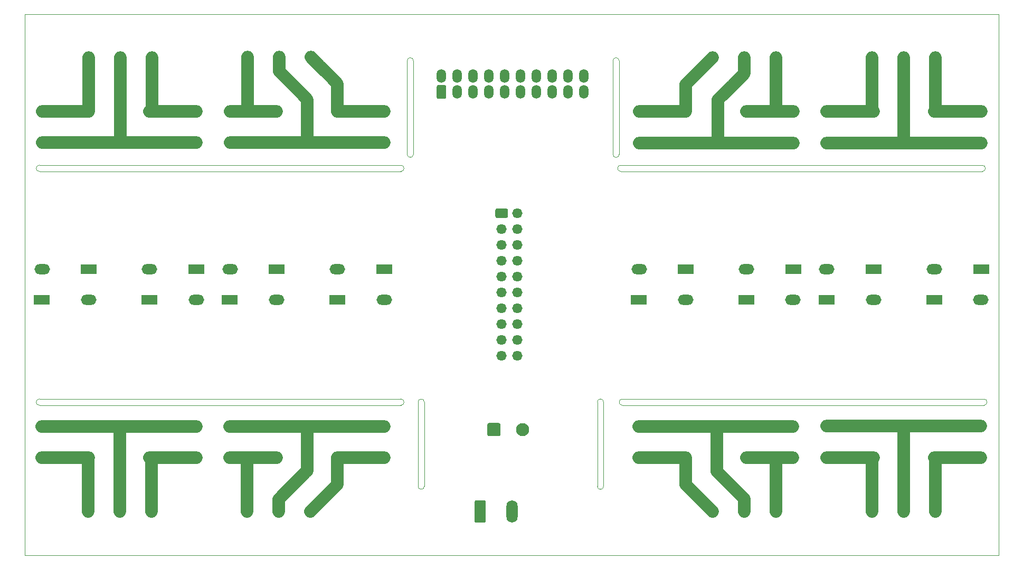
<source format=gbr>
%TF.GenerationSoftware,KiCad,Pcbnew,5.1.9-73d0e3b20d~88~ubuntu20.04.1*%
%TF.CreationDate,2021-03-03T11:34:14+04:00*%
%TF.ProjectId,relay_board,72656c61-795f-4626-9f61-72642e6b6963,rev?*%
%TF.SameCoordinates,Original*%
%TF.FileFunction,Soldermask,Bot*%
%TF.FilePolarity,Negative*%
%FSLAX46Y46*%
G04 Gerber Fmt 4.6, Leading zero omitted, Abs format (unit mm)*
G04 Created by KiCad (PCBNEW 5.1.9-73d0e3b20d~88~ubuntu20.04.1) date 2021-03-03 11:34:14*
%MOMM*%
%LPD*%
G01*
G04 APERTURE LIST*
%TA.AperFunction,Profile*%
%ADD10C,0.050000*%
%TD*%
%ADD11C,2.040000*%
%TA.AperFunction,Profile*%
%ADD12C,0.100000*%
%TD*%
%ADD13O,1.500000X2.200000*%
%ADD14O,2.000000X2.000000*%
%ADD15O,2.500000X1.650000*%
%ADD16R,2.500000X1.650000*%
%ADD17O,1.650000X1.500000*%
%ADD18O,1.800000X3.600000*%
%ADD19C,2.100000*%
G04 APERTURE END LIST*
D10*
X145750000Y-46500000D02*
X145750000Y-50500000D01*
X146750000Y-46500000D02*
X146750000Y-50500000D01*
X112750000Y-46500000D02*
X112750000Y-50500000D01*
X113750000Y-46500000D02*
X113750000Y-50500000D01*
X144250000Y-112250000D02*
X144250000Y-114750000D01*
X143250000Y-112250000D02*
X143250000Y-114750000D01*
X114500000Y-101250000D02*
G75*
G02*
X115500000Y-101250000I500000J0D01*
G01*
X115500000Y-114750000D02*
G75*
G02*
X114500000Y-114750000I-500000J0D01*
G01*
X114500000Y-101250000D02*
X114500000Y-114750000D01*
X115500000Y-114750000D02*
X115500000Y-101250000D01*
X143250000Y-101250000D02*
G75*
G02*
X144250000Y-101250000I500000J0D01*
G01*
X144250000Y-114750000D02*
G75*
G02*
X143250000Y-114750000I-500000J0D01*
G01*
X143250000Y-101250000D02*
X143250000Y-112250000D01*
X144250000Y-112250000D02*
X144250000Y-101250000D01*
X112750000Y-46500000D02*
G75*
G02*
X113750000Y-46500000I500000J0D01*
G01*
X113750000Y-61500000D02*
G75*
G02*
X112750000Y-61500000I-500000J0D01*
G01*
X112750000Y-50500000D02*
X112750000Y-61500000D01*
X113750000Y-61500000D02*
X113750000Y-50500000D01*
X145750000Y-46500000D02*
G75*
G02*
X146750000Y-46500000I500000J0D01*
G01*
X146750000Y-61500000D02*
G75*
G02*
X145750000Y-61500000I-500000J0D01*
G01*
X145750000Y-50500000D02*
X145750000Y-61500000D01*
X146750000Y-61500000D02*
X146750000Y-50500000D01*
X53750000Y-64250000D02*
X111750000Y-64250000D01*
X111750000Y-63250000D02*
X53750000Y-63250000D01*
X53750000Y-64250000D02*
G75*
G02*
X53750000Y-63250000I0J500000D01*
G01*
X111750000Y-63250000D02*
G75*
G02*
X111750000Y-64250000I0J-500000D01*
G01*
X53750000Y-101750000D02*
X111750000Y-101750000D01*
X111750000Y-100750000D02*
X53750000Y-100750000D01*
X53750000Y-101750000D02*
G75*
G02*
X53750000Y-100750000I0J500000D01*
G01*
X111750000Y-100750000D02*
G75*
G02*
X111750000Y-101750000I0J-500000D01*
G01*
X147250000Y-101750000D02*
X205250000Y-101750000D01*
X205250000Y-100750000D02*
X147250000Y-100750000D01*
X147250000Y-101750000D02*
G75*
G02*
X147250000Y-100750000I0J500000D01*
G01*
X205250000Y-100750000D02*
G75*
G02*
X205250000Y-101750000I0J-500000D01*
G01*
X147000000Y-64250000D02*
G75*
G02*
X147000000Y-63250000I0J500000D01*
G01*
X205000000Y-63250000D02*
G75*
G02*
X205000000Y-64250000I0J-500000D01*
G01*
X147000000Y-64250000D02*
X205000000Y-64250000D01*
X205000000Y-63250000D02*
X147000000Y-63250000D01*
D11*
X204790000Y-110160000D02*
X197290000Y-110160000D01*
X197480000Y-118810000D02*
X197480000Y-110350000D01*
X197480000Y-110350000D02*
X197290000Y-110160000D01*
X204790000Y-105120000D02*
X192380000Y-105120000D01*
X192380000Y-105120000D02*
X180050000Y-105120000D01*
X192400000Y-118810000D02*
X192400000Y-105140000D01*
X192400000Y-105140000D02*
X192380000Y-105120000D01*
X187550000Y-110160000D02*
X180050000Y-110160000D01*
X187320000Y-118810000D02*
X187320000Y-110390000D01*
X187320000Y-110390000D02*
X187550000Y-110160000D01*
X157420000Y-110170000D02*
X149920000Y-110170000D01*
X157420000Y-110170000D02*
X157420000Y-114450000D01*
X157420000Y-114450000D02*
X161770000Y-118800000D01*
X174650000Y-110170000D02*
X171830000Y-110170000D01*
X171830000Y-110170000D02*
X167150000Y-110170000D01*
X171930000Y-110270000D02*
X171830000Y-110170000D01*
X171930000Y-118800000D02*
X171930000Y-110270000D01*
X166850000Y-118800000D02*
X166850000Y-116760000D01*
X166850000Y-116760000D02*
X162450000Y-112360000D01*
X162450000Y-112360000D02*
X162450000Y-106050000D01*
X162450000Y-106050000D02*
X162500000Y-106000000D01*
X167150000Y-105130000D02*
X149920000Y-105130000D01*
X174650000Y-105130000D02*
X163370000Y-105130000D01*
X96660000Y-105140000D02*
X84300000Y-105140000D01*
X96860000Y-105140000D02*
X96690000Y-105310000D01*
X96690000Y-112260000D02*
X96500000Y-112450000D01*
X96690000Y-105310000D02*
X96690000Y-112260000D01*
X96500000Y-112450000D02*
X92475000Y-116475000D01*
X92120000Y-118800000D02*
X92120000Y-116830000D01*
X92120000Y-116830000D02*
X92475000Y-116475000D01*
X109050000Y-105140000D02*
X96660000Y-105140000D01*
X101550000Y-110180000D02*
X101550000Y-114450000D01*
X101550000Y-114450000D02*
X97200000Y-118800000D01*
X101550000Y-110180000D02*
X109050000Y-110180000D01*
X91800000Y-110180000D02*
X86680000Y-110180000D01*
X86680000Y-110180000D02*
X84300000Y-110180000D01*
X87040000Y-118800000D02*
X87040000Y-110540000D01*
X87040000Y-110540000D02*
X86680000Y-110180000D01*
X61670000Y-110200000D02*
X54170000Y-110200000D01*
X61560000Y-118810000D02*
X61560000Y-110310000D01*
X61560000Y-110310000D02*
X61670000Y-110200000D01*
X71720000Y-118810000D02*
X71720000Y-110500000D01*
X71720000Y-110500000D02*
X71400000Y-110180000D01*
X78900000Y-110180000D02*
X71400000Y-110180000D01*
X54170000Y-105160000D02*
X66660000Y-105160000D01*
X66660000Y-105160000D02*
X78880000Y-105160000D01*
X66640000Y-118810000D02*
X66640000Y-105180000D01*
X66640000Y-105180000D02*
X66660000Y-105160000D01*
X78880000Y-105160000D02*
X78900000Y-105140000D01*
X56390000Y-54610000D02*
X54200000Y-54610000D01*
X61660000Y-48340000D02*
X61660000Y-49340000D01*
X61660000Y-49340000D02*
X61660000Y-50340000D01*
X61660000Y-50340000D02*
X61660000Y-51340000D01*
X61660000Y-51340000D02*
X61660000Y-54570000D01*
X61700000Y-54610000D02*
X56390000Y-54610000D01*
X61660000Y-45990000D02*
X61660000Y-48340000D01*
X61660000Y-54570000D02*
X61700000Y-54610000D01*
X67350000Y-59650000D02*
X78930000Y-59650000D01*
X54200000Y-59650000D02*
X66780000Y-59650000D01*
X66780000Y-59650000D02*
X67350000Y-59650000D01*
X66740000Y-45990000D02*
X66740000Y-59610000D01*
X66740000Y-59610000D02*
X66780000Y-59650000D01*
X71820000Y-45990000D02*
X71820000Y-54220000D01*
X71820000Y-54220000D02*
X71430000Y-54610000D01*
X78930000Y-54610000D02*
X71430000Y-54610000D01*
X87610000Y-54610000D02*
X87610000Y-54610000D01*
X86390000Y-54610000D02*
X87610000Y-54610000D01*
X87160000Y-52840000D02*
X87160000Y-54160000D01*
X87160000Y-51840000D02*
X87160000Y-52840000D01*
X87160000Y-50840000D02*
X87160000Y-51840000D01*
X87160000Y-49840000D02*
X87160000Y-50840000D01*
X87160000Y-48840000D02*
X87160000Y-49840000D01*
X87160000Y-47840000D02*
X87160000Y-48840000D01*
X89390000Y-54610000D02*
X90390000Y-54610000D01*
X90390000Y-54610000D02*
X91820000Y-54610000D01*
X84320000Y-54610000D02*
X86390000Y-54610000D01*
X87610000Y-54610000D02*
X89390000Y-54610000D01*
X87160000Y-45930000D02*
X87160000Y-47840000D01*
X87160000Y-54160000D02*
X87610000Y-54610000D01*
X101570000Y-52430000D02*
X101570000Y-51430000D01*
X101570000Y-51430000D02*
X101570000Y-50180000D01*
X101570000Y-50180000D02*
X101570000Y-50180000D01*
X100695000Y-49305000D02*
X99695000Y-48305000D01*
X99695000Y-48305000D02*
X98695000Y-47305000D01*
X98695000Y-47305000D02*
X97320000Y-45930000D01*
X103390000Y-54610000D02*
X104390000Y-54610000D01*
X104390000Y-54610000D02*
X105390000Y-54610000D01*
X105390000Y-54610000D02*
X106390000Y-54610000D01*
X106390000Y-54610000D02*
X107390000Y-54610000D01*
X107390000Y-54610000D02*
X109070000Y-54610000D01*
X101570000Y-54610000D02*
X101570000Y-52430000D01*
X101570000Y-50180000D02*
X100695000Y-49305000D01*
X101570000Y-54610000D02*
X103390000Y-54610000D01*
X86350000Y-59650000D02*
X87350000Y-59650000D01*
X87350000Y-59650000D02*
X88350000Y-59650000D01*
X88350000Y-59650000D02*
X89350000Y-59650000D01*
X89350000Y-59650000D02*
X90350000Y-59650000D01*
X90350000Y-59650000D02*
X93350000Y-59650000D01*
X92240000Y-48210000D02*
X92240000Y-48210000D01*
X93015000Y-48985000D02*
X94015000Y-49985000D01*
X94015000Y-49985000D02*
X95015000Y-50985000D01*
X95015000Y-50985000D02*
X96015000Y-51985000D01*
X96015000Y-51985000D02*
X96760000Y-52730000D01*
X96760000Y-53240000D02*
X96760000Y-54240000D01*
X96760000Y-54240000D02*
X96760000Y-55240000D01*
X96760000Y-55240000D02*
X96760000Y-56240000D01*
X96760000Y-56240000D02*
X96760000Y-57240000D01*
X96760000Y-57240000D02*
X96760000Y-58240000D01*
X96760000Y-58240000D02*
X96760000Y-59650000D01*
X96350000Y-59650000D02*
X96760000Y-59650000D01*
X95350000Y-59650000D02*
X96350000Y-59650000D01*
X94350000Y-59650000D02*
X95350000Y-59650000D01*
X93350000Y-59650000D02*
X94350000Y-59650000D01*
X98350000Y-59650000D02*
X99350000Y-59650000D01*
X99350000Y-59650000D02*
X103350000Y-59650000D01*
X103350000Y-59650000D02*
X104350000Y-59650000D01*
X104350000Y-59650000D02*
X105350000Y-59650000D01*
X105350000Y-59650000D02*
X106350000Y-59650000D01*
X106350000Y-59650000D02*
X107350000Y-59650000D01*
X107350000Y-59650000D02*
X109070000Y-59650000D01*
X92240000Y-45930000D02*
X92240000Y-48210000D01*
X92240000Y-48210000D02*
X93015000Y-48985000D01*
X96760000Y-52730000D02*
X96760000Y-53240000D01*
X84320000Y-59650000D02*
X86350000Y-59650000D01*
X96760000Y-59650000D02*
X98350000Y-59650000D01*
X159875000Y-47875000D02*
X161780000Y-45970000D01*
X158625000Y-49125000D02*
X159875000Y-47875000D01*
X157440000Y-50560000D02*
X157440000Y-50310000D01*
X157440000Y-52060000D02*
X157440000Y-50560000D01*
X155380000Y-54620000D02*
X157440000Y-54620000D01*
X153380000Y-54620000D02*
X155380000Y-54620000D01*
X151880000Y-54620000D02*
X153380000Y-54620000D01*
X157440000Y-54620000D02*
X157440000Y-52060000D01*
X157440000Y-50310000D02*
X158625000Y-49125000D01*
X149940000Y-54620000D02*
X151880000Y-54620000D01*
X163340000Y-59660000D02*
X163840000Y-59660000D01*
X162600000Y-57900000D02*
X162600000Y-59600000D01*
X162600000Y-56400000D02*
X162600000Y-57900000D01*
X164930000Y-50430000D02*
X163180000Y-52180000D01*
X163180000Y-52180000D02*
X162600000Y-52760000D01*
X166860000Y-48140000D02*
X166860000Y-48500000D01*
X151840000Y-59660000D02*
X153340000Y-59660000D01*
X153340000Y-59660000D02*
X155340000Y-59660000D01*
X155340000Y-59660000D02*
X159340000Y-59660000D01*
X159340000Y-59660000D02*
X160840000Y-59660000D01*
X160840000Y-59660000D02*
X162340000Y-59660000D01*
X162340000Y-59660000D02*
X162660000Y-59660000D01*
X163840000Y-59660000D02*
X165340000Y-59660000D01*
X165340000Y-59660000D02*
X169340000Y-59660000D01*
X169340000Y-59660000D02*
X169840000Y-59660000D01*
X170840000Y-59660000D02*
X171340000Y-59660000D01*
X172340000Y-59660000D02*
X172840000Y-59660000D01*
X169840000Y-59660000D02*
X170840000Y-59660000D01*
X171340000Y-59660000D02*
X172340000Y-59660000D01*
X172840000Y-59660000D02*
X174670000Y-59660000D01*
X166860000Y-45970000D02*
X166860000Y-48140000D01*
X162600000Y-59600000D02*
X162660000Y-59660000D01*
X166860000Y-48500000D02*
X164930000Y-50430000D01*
X162600000Y-52760000D02*
X162600000Y-56400000D01*
X149940000Y-59660000D02*
X151840000Y-59660000D01*
X162660000Y-59660000D02*
X163340000Y-59660000D01*
X171940000Y-49060000D02*
X171940000Y-50560000D01*
X171940000Y-50560000D02*
X171940000Y-52060000D01*
X171940000Y-52060000D02*
X171940000Y-54560000D01*
X169380000Y-54620000D02*
X167170000Y-54620000D01*
X170880000Y-54620000D02*
X169380000Y-54620000D01*
X172380000Y-54620000D02*
X171880000Y-54620000D01*
X174670000Y-54620000D02*
X172380000Y-54620000D01*
X171880000Y-54620000D02*
X170880000Y-54620000D01*
X171940000Y-45970000D02*
X171940000Y-49060000D01*
X171940000Y-54560000D02*
X171880000Y-54620000D01*
X197470000Y-48530000D02*
X197470000Y-50530000D01*
X197470000Y-50530000D02*
X197470000Y-52530000D01*
X197470000Y-52530000D02*
X197470000Y-54470000D01*
X198870000Y-54630000D02*
X197310000Y-54630000D01*
X200870000Y-54630000D02*
X198870000Y-54630000D01*
X202870000Y-54630000D02*
X200870000Y-54630000D01*
X197470000Y-45980000D02*
X197470000Y-48530000D01*
X197470000Y-54470000D02*
X197310000Y-54630000D01*
X204810000Y-54630000D02*
X202870000Y-54630000D01*
X182330000Y-59670000D02*
X183830000Y-59670000D01*
X183830000Y-59670000D02*
X185330000Y-59670000D01*
X185330000Y-59670000D02*
X189330000Y-59670000D01*
X189330000Y-59670000D02*
X190830000Y-59670000D01*
X190830000Y-59670000D02*
X192330000Y-59670000D01*
X195330000Y-59670000D02*
X198830000Y-59670000D01*
X193830000Y-59670000D02*
X195330000Y-59670000D01*
X192330000Y-59670000D02*
X193830000Y-59670000D01*
X192390000Y-58110000D02*
X192390000Y-59610000D01*
X192390000Y-56610000D02*
X192390000Y-58110000D01*
X192390000Y-54610000D02*
X192390000Y-56610000D01*
X192390000Y-52610000D02*
X192390000Y-54610000D01*
X192390000Y-50610000D02*
X192390000Y-52610000D01*
X192390000Y-48610000D02*
X192390000Y-50610000D01*
X200830000Y-59670000D02*
X202830000Y-59670000D01*
X202830000Y-59670000D02*
X204810000Y-59670000D01*
X198830000Y-59670000D02*
X200830000Y-59670000D01*
X180070000Y-59670000D02*
X182330000Y-59670000D01*
X192330000Y-59670000D02*
X192330000Y-59670000D01*
X192390000Y-45980000D02*
X192390000Y-48610000D01*
X192390000Y-59610000D02*
X192330000Y-59670000D01*
X182370000Y-54630000D02*
X180070000Y-54630000D01*
X183870000Y-54630000D02*
X182370000Y-54630000D01*
X185370000Y-54630000D02*
X183870000Y-54630000D01*
X187310000Y-52190000D02*
X187310000Y-54370000D01*
X187310000Y-50190000D02*
X187310000Y-52190000D01*
X187310000Y-48690000D02*
X187310000Y-50190000D01*
X187570000Y-54630000D02*
X185370000Y-54630000D01*
X187310000Y-45980000D02*
X187310000Y-48690000D01*
X187310000Y-54370000D02*
X187570000Y-54630000D01*
D12*
X207600000Y-125800000D02*
X51400000Y-125800000D01*
X207600000Y-39000000D02*
X207600000Y-125800000D01*
X51400000Y-125800000D02*
X51400000Y-39000000D01*
X51400000Y-39000000D02*
X207600000Y-39000000D01*
D13*
%TO.C,J12*%
X141110000Y-48960000D03*
X138570000Y-48960000D03*
X136030000Y-48960000D03*
X133490000Y-48960000D03*
X130950000Y-48960000D03*
X128410000Y-48960000D03*
X125870000Y-48960000D03*
X123330000Y-48960000D03*
X120790000Y-48960000D03*
X118250000Y-48960000D03*
X141110000Y-51500000D03*
X138570000Y-51500000D03*
X136030000Y-51500000D03*
X133490000Y-51500000D03*
X130950000Y-51500000D03*
X128410000Y-51500000D03*
X125870000Y-51500000D03*
X123330000Y-51500000D03*
X120790000Y-51500000D03*
G36*
G01*
X118779500Y-52600000D02*
X117720500Y-52600000D01*
G75*
G02*
X117500000Y-52379500I0J220500D01*
G01*
X117500000Y-50620500D01*
G75*
G02*
X117720500Y-50400000I220500J0D01*
G01*
X118779500Y-50400000D01*
G75*
G02*
X119000000Y-50620500I0J-220500D01*
G01*
X119000000Y-52379500D01*
G75*
G02*
X118779500Y-52600000I-220500J0D01*
G01*
G37*
%TD*%
D14*
%TO.C,K15*%
X180050000Y-110160000D03*
X187550000Y-105120000D03*
X187550000Y-110160000D03*
X180050000Y-105120000D03*
D15*
X187550000Y-84820000D03*
D16*
X180050000Y-84820000D03*
%TD*%
%TO.C,J1*%
G36*
G01*
X126900000Y-71489500D02*
X126900000Y-70430500D01*
G75*
G02*
X127120500Y-70210000I220500J0D01*
G01*
X128679500Y-70210000D01*
G75*
G02*
X128900000Y-70430500I0J-220500D01*
G01*
X128900000Y-71489500D01*
G75*
G02*
X128679500Y-71710000I-220500J0D01*
G01*
X127120500Y-71710000D01*
G75*
G02*
X126900000Y-71489500I0J220500D01*
G01*
G37*
D17*
X127900000Y-73500000D03*
X127900000Y-76040000D03*
X127900000Y-78580000D03*
X127900000Y-81120000D03*
X127900000Y-83660000D03*
X127900000Y-86200000D03*
X127900000Y-88740000D03*
X127900000Y-91280000D03*
X127900000Y-93820000D03*
X130440000Y-70960000D03*
X130440000Y-73500000D03*
X130440000Y-76040000D03*
X130440000Y-78580000D03*
X130440000Y-81120000D03*
X130440000Y-83660000D03*
X130440000Y-86200000D03*
X130440000Y-88740000D03*
X130440000Y-91280000D03*
X130440000Y-93820000D03*
%TD*%
D14*
%TO.C,K16*%
X197290000Y-110160000D03*
X204790000Y-105120000D03*
X204790000Y-110160000D03*
X197290000Y-105120000D03*
D15*
X204790000Y-84820000D03*
D16*
X197290000Y-84820000D03*
%TD*%
D14*
%TO.C,K14*%
X167150000Y-110170000D03*
X174650000Y-105130000D03*
X174650000Y-110170000D03*
X167150000Y-105130000D03*
D15*
X174650000Y-84830000D03*
D16*
X167150000Y-84830000D03*
%TD*%
D14*
%TO.C,K13*%
X149920000Y-110170000D03*
X157420000Y-105130000D03*
X157420000Y-110170000D03*
X149920000Y-105130000D03*
D15*
X157420000Y-84830000D03*
D16*
X149920000Y-84830000D03*
%TD*%
D14*
%TO.C,K12*%
X101550000Y-110180000D03*
X109050000Y-105140000D03*
X109050000Y-110180000D03*
X101550000Y-105140000D03*
D15*
X109050000Y-84840000D03*
D16*
X101550000Y-84840000D03*
%TD*%
D14*
%TO.C,K11*%
X84300000Y-110180000D03*
X91800000Y-105140000D03*
X91800000Y-110180000D03*
X84300000Y-105140000D03*
D15*
X91800000Y-84840000D03*
D16*
X84300000Y-84840000D03*
%TD*%
D14*
%TO.C,K10*%
X71400000Y-110180000D03*
X78900000Y-105140000D03*
X78900000Y-110180000D03*
X71400000Y-105140000D03*
D15*
X78900000Y-84840000D03*
D16*
X71400000Y-84840000D03*
%TD*%
D14*
%TO.C,K9*%
X54170000Y-110200000D03*
X61670000Y-105160000D03*
X61670000Y-110200000D03*
X54170000Y-105160000D03*
D15*
X61670000Y-84860000D03*
D16*
X54170000Y-84860000D03*
%TD*%
D14*
%TO.C,K8*%
X61700000Y-54610000D03*
X54200000Y-59650000D03*
X54200000Y-54610000D03*
X61700000Y-59650000D03*
D15*
X54200000Y-79950000D03*
D16*
X61700000Y-79950000D03*
%TD*%
D14*
%TO.C,K7*%
X78930000Y-54610000D03*
X71430000Y-59650000D03*
X71430000Y-54610000D03*
X78930000Y-59650000D03*
D15*
X71430000Y-79950000D03*
D16*
X78930000Y-79950000D03*
%TD*%
D14*
%TO.C,K6*%
X91820000Y-54610000D03*
X84320000Y-59650000D03*
X84320000Y-54610000D03*
X91820000Y-59650000D03*
D15*
X84320000Y-79950000D03*
D16*
X91820000Y-79950000D03*
%TD*%
D14*
%TO.C,K5*%
X109070000Y-54610000D03*
X101570000Y-59650000D03*
X101570000Y-54610000D03*
X109070000Y-59650000D03*
D15*
X101570000Y-79950000D03*
D16*
X109070000Y-79950000D03*
%TD*%
D14*
%TO.C,K4*%
X157440000Y-54620000D03*
X149940000Y-59660000D03*
X149940000Y-54620000D03*
X157440000Y-59660000D03*
D15*
X149940000Y-79960000D03*
D16*
X157440000Y-79960000D03*
%TD*%
D14*
%TO.C,K3*%
X174670000Y-54620000D03*
X167170000Y-59660000D03*
X167170000Y-54620000D03*
X174670000Y-59660000D03*
D15*
X167170000Y-79960000D03*
D16*
X174670000Y-79960000D03*
%TD*%
D14*
%TO.C,K2*%
X187570000Y-54630000D03*
X180070000Y-59670000D03*
X180070000Y-54630000D03*
X187570000Y-59670000D03*
D15*
X180070000Y-79970000D03*
D16*
X187570000Y-79970000D03*
%TD*%
D14*
%TO.C,K1*%
X204810000Y-54630000D03*
X197310000Y-59670000D03*
X197310000Y-54630000D03*
X204810000Y-59670000D03*
D15*
X197310000Y-79970000D03*
D16*
X204810000Y-79970000D03*
%TD*%
D14*
%TO.C,J11*%
X197480000Y-118810000D03*
X192400000Y-118810000D03*
X187320000Y-118810000D03*
%TD*%
%TO.C,J10*%
X171930000Y-118800000D03*
X166850000Y-118800000D03*
X161770000Y-118800000D03*
%TD*%
%TO.C,J9*%
X97200000Y-118800000D03*
X92120000Y-118800000D03*
X87040000Y-118800000D03*
%TD*%
%TO.C,J8*%
X71720000Y-118810000D03*
X66640000Y-118810000D03*
X61560000Y-118810000D03*
%TD*%
%TO.C,J7*%
X61660000Y-45990000D03*
X66740000Y-45990000D03*
X71820000Y-45990000D03*
%TD*%
%TO.C,J6*%
X87160000Y-45930000D03*
X92240000Y-45930000D03*
X97320000Y-45930000D03*
%TD*%
%TO.C,J5*%
X161780000Y-45970000D03*
X166860000Y-45970000D03*
X171940000Y-45970000D03*
%TD*%
%TO.C,J4*%
X187310000Y-45980000D03*
X192390000Y-45980000D03*
X197470000Y-45980000D03*
%TD*%
D18*
%TO.C,J3*%
X129540000Y-118800000D03*
G36*
G01*
X123560000Y-120350000D02*
X123560000Y-117250000D01*
G75*
G02*
X123810000Y-117000000I250000J0D01*
G01*
X125110000Y-117000000D01*
G75*
G02*
X125360000Y-117250000I0J-250000D01*
G01*
X125360000Y-120350000D01*
G75*
G02*
X125110000Y-120600000I-250000J0D01*
G01*
X123810000Y-120600000D01*
G75*
G02*
X123560000Y-120350000I0J250000D01*
G01*
G37*
%TD*%
%TO.C,J2*%
G36*
G01*
X125610000Y-106460001D02*
X125610000Y-104859999D01*
G75*
G02*
X125859999Y-104610000I249999J0D01*
G01*
X127460001Y-104610000D01*
G75*
G02*
X127710000Y-104859999I0J-249999D01*
G01*
X127710000Y-106460001D01*
G75*
G02*
X127460001Y-106710000I-249999J0D01*
G01*
X125859999Y-106710000D01*
G75*
G02*
X125610000Y-106460001I0J249999D01*
G01*
G37*
D19*
X131260000Y-105660000D03*
%TD*%
M02*

</source>
